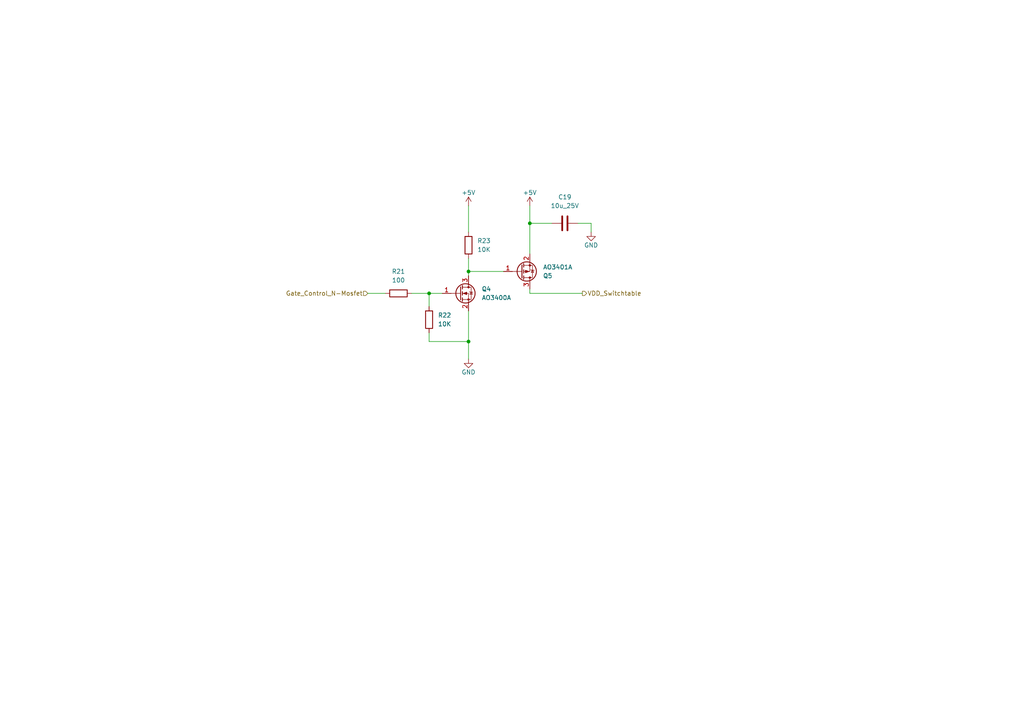
<source format=kicad_sch>
(kicad_sch (version 20231120) (generator "eeschema") (generator_version "8.0")
  (paper "A4")
  (lib_symbols
    (symbol "_C_0603:10u_25V" (pin_numbers hide) (pin_names (offset 0.254))
      (property "Reference" "C" (at 0.635 2.54 0))
      (property "Value" "10u_25V" (at 0.635 -2.54 0))
      (symbol "10u_25V_0_1"
        (polyline (pts (xy -2.032 -0.762) (xy 2.032 -0.762)) (stroke (width 0.508)))
        (polyline (pts (xy -2.032 0.762) (xy 2.032 0.762)) (stroke (width 0.508)))
      )
      (symbol "10u_25V_1_1"
        (pin passive line (at 0 3.81 270) (length 2.794) (name "~") (number "1"))
        (pin passive line (at 0 -3.81 90) (length 2.794) (name "~") (number "2"))
      )
    )
    (symbol "_R_0402:100" (pin_numbers hide) (pin_names (offset 0))
      (property "Reference" "R" (at 2.032 0 90))
      (property "Value" "100" (at 0 0 90))
      (symbol "100_0_1"
        (rectangle (start -1.016 -2.54) (end 1.016 2.54) (stroke (width 0.254)))
      )
      (symbol "100_1_1"
        (pin passive line (at 0 3.81 270) (length 1.27) (name "~") (number "1"))
        (pin passive line (at 0 -3.81 90) (length 1.27) (name "~") (number "2"))
      )
    )
    (symbol "_R_0402:10K" (pin_numbers hide) (pin_names (offset 0))
      (property "Reference" "R" (at 2.032 0 90))
      (property "Value" "10K" (at 0 0 90))
      (symbol "10K_0_1"
        (rectangle (start -1.016 -2.54) (end 1.016 2.54) (stroke (width 0.254)))
      )
      (symbol "10K_1_1"
        (pin passive line (at 0 3.81 270) (length 1.27) (name "~") (number "1"))
        (pin passive line (at 0 -3.81 90) (length 1.27) (name "~") (number "2"))
      )
    )
    (symbol "_Transistor_FET:AO3400A" (pin_names hide)
      (property "Reference" "Q" (at 5.08 1.905 0))
      (property "Value" "AO3400A" (at 5.08 0 0))
      (symbol "AO3400A_0_1"
        (polyline (pts (xy 0.254 0) (xy -2.54 0)))
        (polyline (pts (xy 0.254 1.905) (xy 0.254 -1.905)) (stroke (width 0.254)))
        (polyline (pts (xy 0.762 -1.27) (xy 0.762 -2.286)) (stroke (width 0.254)))
        (polyline (pts (xy 0.762 0.508) (xy 0.762 -0.508)) (stroke (width 0.254)))
        (polyline (pts (xy 0.762 2.286) (xy 0.762 1.27)) (stroke (width 0.254)))
        (polyline (pts (xy 2.54 2.54) (xy 2.54 1.778)))
        (polyline (pts (xy 2.54 -2.54) (xy 2.54 0) (xy 0.762 0)))
        (polyline (pts (xy 0.762 -1.778) (xy 3.302 -1.778) (xy 3.302 1.778) (xy 0.762 1.778)))
        (polyline (pts (xy 1.016 0) (xy 2.032 0.381) (xy 2.032 -0.381) (xy 1.016 0)) (fill (type outline)))
        (polyline (pts (xy 2.794 0.508) (xy 2.921 0.381) (xy 3.683 0.381) (xy 3.81 0.254)))
        (polyline (pts (xy 3.302 0.381) (xy 2.921 -0.254) (xy 3.683 -0.254) (xy 3.302 0.381)))
        (circle (center 1.651 0) (radius 2.794) (stroke (width 0.254)))
        (circle (center 2.54 -1.778) (radius 0.254) (fill (type outline)))
        (circle (center 2.54 1.778) (radius 0.254) (fill (type outline)))
      )
      (symbol "AO3400A_1_1"
        (pin input line (at -5.08 0 0) (length 2.54) (name "G") (number "1"))
        (pin passive line (at 2.54 -5.08 90) (length 2.54) (name "S") (number "2"))
        (pin passive line (at 2.54 5.08 270) (length 2.54) (name "D") (number "3"))
      )
    )
    (symbol "_Transistor_FET:AO3401A" (pin_names hide)
      (property "Reference" "Q" (at 5.08 1.905 0))
      (property "Value" "AO3401A" (at 5.08 0 0))
      (symbol "AO3401A_0_1"
        (polyline (pts (xy 0.254 0) (xy -2.54 0)))
        (polyline (pts (xy 0.254 1.905) (xy 0.254 -1.905)) (stroke (width 0.254)))
        (polyline (pts (xy 0.762 -1.27) (xy 0.762 -2.286)) (stroke (width 0.254)))
        (polyline (pts (xy 0.762 0.508) (xy 0.762 -0.508)) (stroke (width 0.254)))
        (polyline (pts (xy 0.762 2.286) (xy 0.762 1.27)) (stroke (width 0.254)))
        (polyline (pts (xy 2.54 2.54) (xy 2.54 1.778)))
        (polyline (pts (xy 2.54 -2.54) (xy 2.54 0) (xy 0.762 0)))
        (polyline (pts (xy 0.762 1.778) (xy 3.302 1.778) (xy 3.302 -1.778) (xy 0.762 -1.778)))
        (polyline (pts (xy 2.286 0) (xy 1.27 0.381) (xy 1.27 -0.381) (xy 2.286 0)) (fill (type outline)))
        (polyline (pts (xy 2.794 -0.508) (xy 2.921 -0.381) (xy 3.683 -0.381) (xy 3.81 -0.254)))
        (polyline (pts (xy 3.302 -0.381) (xy 2.921 0.254) (xy 3.683 0.254) (xy 3.302 -0.381)))
        (circle (center 1.651 0) (radius 2.794) (stroke (width 0.254)))
        (circle (center 2.54 -1.778) (radius 0.254) (fill (type outline)))
        (circle (center 2.54 1.778) (radius 0.254) (fill (type outline)))
      )
      (symbol "AO3401A_1_1"
        (pin input line (at -5.08 0 0) (length 2.54) (name "G") (number "1"))
        (pin passive line (at 2.54 -5.08 90) (length 2.54) (name "S") (number "2"))
        (pin passive line (at 2.54 5.08 270) (length 2.54) (name "D") (number "3"))
      )
    )
    (symbol "power:+5V" (power) (pin_names (offset 0))
      (property "Value" "+5V" (at 0 3.556 0))
      (symbol "+5V_0_1"
        (polyline (pts (xy -0.762 1.27) (xy 0 2.54)))
        (polyline (pts (xy 0 0) (xy 0 2.54)))
        (polyline (pts (xy 0 2.54) (xy 0.762 1.27)))
      )
      (symbol "+5V_1_1"
        (pin power_in line (at 0 0 90) (length 0) hide (name "+5V") (number "1"))
      )
    )
    (symbol "power:GND" (power) (pin_names (offset 0))
      (property "Value" "GND" (at 0 -3.81 0))
      (symbol "GND_0_1"
        (polyline (pts (xy 0 0) (xy 0 -1.27) (xy 1.27 -1.27) (xy 0 -2.54) (xy -1.27 -1.27) (xy 0 -1.27)))
      )
      (symbol "GND_1_1"
        (pin power_in line (at 0 0 270) (length 0) hide (name "GND") (number "1"))
      )
    )
  )
  (junction (at 135.89 78.74))
  (junction (at 135.89 99.06))
  (junction (at 124.46 85.09))
  (junction (at 153.67 64.77))
  (wire (pts (xy 171.45 64.77) (xy 171.45 67.31)))
  (wire (pts (xy 153.67 59.69) (xy 153.67 64.77)))
  (wire (pts (xy 135.89 78.74) (xy 135.89 80.01)))
  (wire (pts (xy 153.67 64.77) (xy 160.02 64.77)))
  (wire (pts (xy 135.89 90.17) (xy 135.89 99.06)))
  (wire (pts (xy 106.68 85.09) (xy 111.76 85.09)))
  (wire (pts (xy 153.67 85.09) (xy 168.91 85.09)))
  (wire (pts (xy 124.46 96.52) (xy 124.46 99.06)))
  (wire (pts (xy 135.89 59.69) (xy 135.89 67.31)))
  (wire (pts (xy 167.64 64.77) (xy 171.45 64.77)))
  (wire (pts (xy 135.89 74.93) (xy 135.89 78.74)))
  (wire (pts (xy 119.38 85.09) (xy 124.46 85.09)))
  (wire (pts (xy 124.46 85.09) (xy 128.27 85.09)))
  (wire (pts (xy 135.89 78.74) (xy 146.05 78.74)))
  (wire (pts (xy 135.89 99.06) (xy 135.89 104.14)))
  (wire (pts (xy 124.46 85.09) (xy 124.46 88.9)))
  (wire (pts (xy 153.67 83.82) (xy 153.67 85.09)))
  (wire (pts (xy 153.67 64.77) (xy 153.67 73.66)))
  (wire (pts (xy 124.46 99.06) (xy 135.89 99.06)))
  (hierarchical_label "Gate_Control_N-Mosfet" (shape input) (at 106.68 85.09 180))
  (hierarchical_label "VDD_Switchtable" (shape output) (at 168.91 85.09 0))
  (symbol (lib_id "_C_0603:10u_25V") (at 163.83 64.77 90) (unit 1)
    (property "Reference" "C19" (at 163.83 57.15 90))
    (property "Value" "10u_25V" (at 163.83 59.69 90))
    (property "Footprint" "Capacitor_SMD:C_0603_1608Metric" (effects (hide yes)))
    (property "Datasheet" "https://product.samsungsem.com/mlcc/CL10A106MA8NRN.do" (effects (hide yes)))
    (property "Description" "Capacitor 10uF 25V X5R 20% 0603" (effects (hide yes)))
    (property "MF" "Samsung Electro-Mechanics" (effects (hide yes)))
    (property "MPN" "CL10A106MA8NRNC" (effects (hide yes)))
    (property "OC_LCSC" "C96446" (effects (hide yes)))
    (property "path_to_docs" "Passive_Components/Capacitors/MLCC/Samsung_Electro-Mechanics" (effects (hide yes)))
    (instances (project "" (path "" (reference "C19") (unit 1)) (path "" (reference "C18") (unit 1))))
  )
  (symbol (lib_id "power:GND") (at 171.45 67.31 0) (unit 1)
    (property "Reference" "#PWR075" (effects (hide yes)))
    (property "Value" "GND" (at 171.45 71.12 0))
    (property "Description" "Power symbol creates a global label with name \"GND\" , ground" (effects (hide yes)))
    (instances (project "Drawer_Controller_v4" (path "" (reference "#PWR075") (unit 1)) (path "" (reference "#PWR071") (unit 1))))
  )
  (symbol (lib_id "power:GND") (at 135.89 104.14 0) (unit 1)
    (property "Reference" "#PWR073" (effects (hide yes)))
    (property "Value" "GND" (at 135.89 107.95 0))
    (property "Description" "Power symbol creates a global label with name \"GND\" , ground" (effects (hide yes)))
    (instances (project "Drawer_Controller_v4" (path "" (reference "#PWR073") (unit 1)) (path "" (reference "#PWR069") (unit 1))))
  )
  (symbol (lib_id "power:+5V") (at 153.67 59.69 0) (unit 1)
    (property "Reference" "#PWR074" (effects (hide yes)))
    (property "Value" "+5V" (at 153.67 55.88 0))
    (property "Description" "Power symbol creates a global label with name \"+5V\"" (effects (hide yes)))
    (instances (project "Drawer_Controller_v4" (path "" (reference "#PWR074") (unit 1)) (path "" (reference "#PWR070") (unit 1))))
  )
  (symbol (lib_id "power:+5V") (at 135.89 59.69 0) (unit 1)
    (property "Reference" "#PWR072" (effects (hide yes)))
    (property "Value" "+5V" (at 135.89 55.88 0))
    (property "Description" "Power symbol creates a global label with name \"+5V\"" (effects (hide yes)))
    (instances (project "Drawer_Controller_v4" (path "" (reference "#PWR072") (unit 1)) (path "" (reference "#PWR068") (unit 1))))
  )
  (symbol (lib_id "_Transistor_FET:AO3400A") (at 133.35 85.09 0) (unit 1)
    (property "Reference" "Q4" (at 139.7 83.8199 0) (effects (justify left)))
    (property "Value" "AO3400A" (at 139.7 86.3599 0) (effects (justify left)))
    (property "Footprint" "Package_TO_SOT_SMD:SOT-23" (effects (hide yes)))
    (property "Datasheet" "https://datasheet.lcsc.com/lcsc/1811081213_Alpha---Omega-Semicon-AO3400A_C20917.pdf" (effects (hide yes)))
    (property "Description" "30V 5.7A 26.5mΩ@10V,5.7A 1.4W N Channel SOT-23-3L MOSFET" (effects (hide yes)))
    (property "MF" "Alpha & Omega Semicon" (effects (hide yes)))
    (property "MPN" "AO3400A" (effects (hide yes)))
    (property "OC_LCSC" "C20917" (effects (hide yes)))
    (property "path_to_docs" "Semiconductors/Discrete_Semiconductors/Transistors/MOSFETs/AO3400A" (effects (hide yes)))
    (instances (project "Drawer_Controller_v4" (path "" (reference "Q4") (unit 1)) (path "" (reference "Q2") (unit 1))))
  )
  (symbol (lib_id "_R_0402:10K") (at 135.89 71.12 0) (unit 1)
    (property "Reference" "R23" (at 138.43 69.8499 0) (effects (justify left)))
    (property "Value" "10K" (at 138.43 72.3899 0) (effects (justify left)))
    (property "Footprint" "Resistor_SMD:R_0402_1005Metric" (effects (hide yes)))
    (property "Description" "Resistor 10K 1% 62.5mW 50V 0402" (effects (hide yes)))
    (property "MF" "UNI-ROYAL" (effects (hide yes)))
    (property "MPN" "0402WGF1002TCE" (effects (hide yes)))
    (property "OC_LCSC" "C25744" (effects (hide yes)))
    (property "path_to_docs" "Passive_Components/Resistors/UNI-ROYAL" (effects (hide yes)))
    (instances (project "Drawer_Controller_v4" (path "" (reference "R23") (unit 1)) (path "" (reference "R20") (unit 1))))
  )
  (symbol (lib_id "_R_0402:10K") (at 124.46 92.71 0) (unit 1)
    (property "Reference" "R22" (at 127 91.4399 0) (effects (justify left)))
    (property "Value" "10K" (at 127 93.9799 0) (effects (justify left)))
    (property "Footprint" "Resistor_SMD:R_0402_1005Metric" (effects (hide yes)))
    (property "Description" "Resistor 10K 1% 62.5mW 50V 0402" (effects (hide yes)))
    (property "MF" "UNI-ROYAL" (effects (hide yes)))
    (property "MPN" "0402WGF1002TCE" (effects (hide yes)))
    (property "OC_LCSC" "C25744" (effects (hide yes)))
    (property "path_to_docs" "Passive_Components/Resistors/UNI-ROYAL" (effects (hide yes)))
    (instances (project "Drawer_Controller_v4" (path "" (reference "R22") (unit 1)) (path "" (reference "R19") (unit 1))))
  )
  (symbol (lib_id "_Transistor_FET:AO3401A") (at 151.13 78.74 0) (mirror x) (unit 1)
    (property "Reference" "Q5" (at 157.48 80.0101 0) (effects (justify left)))
    (property "Value" "AO3401A" (at 157.48 77.4701 0) (effects (justify left)))
    (property "Footprint" "Package_TO_SOT_SMD:SOT-23" (effects (hide yes)))
    (property "Datasheet" "https://datasheet.lcsc.com/lcsc/1810171817_Alpha---Omega-Semicon-AO3401A_C15127.pdf" (effects (hide yes)))
    (property "Description" "30V 4A 44mΩ@10V,4.3A 1.4W P Channel SOT-23 MOSFET" (effects (hide yes)))
    (property "MF" "Alpha & Omega Semicon" (effects (hide yes)))
    (property "MPN" "AO3401A" (effects (hide yes)))
    (property "OC_LCSC" "C15127" (effects (hide yes)))
    (property "path_to_docs" "Semiconductors/Discrete_Semiconductors/Transistors/MOSFETs/AO3401A" (effects (hide yes)))
    (instances (project "Drawer_Controller_v4" (path "" (reference "Q5") (unit 1)) (path "" (reference "Q3") (unit 1))))
  )
  (symbol (lib_id "_R_0402:100") (at 115.57 85.09 90) (unit 1)
    (property "Reference" "R21" (at 115.57 78.74 90))
    (property "Value" "100" (at 115.57 81.28 90))
    (property "Footprint" "Resistor_SMD:R_0402_1005Metric" (effects (hide yes)))
    (property "Description" "Resistor 100 1% 62.5mW 50V 0402" (effects (hide yes)))
    (property "MF" "UNI-ROYAL" (effects (hide yes)))
    (property "MPN" "0402WGF1000TCE" (effects (hide yes)))
    (property "OC_LCSC" "C25076" (effects (hide yes)))
    (property "path_to_docs" "Passive_Components/Resistors/UNI-ROYAL" (effects (hide yes)))
    (instances (project "Drawer_Controller_v4" (path "" (reference "R21") (unit 1)) (path "" (reference "R18") (unit 1))))
  )
)
</source>
